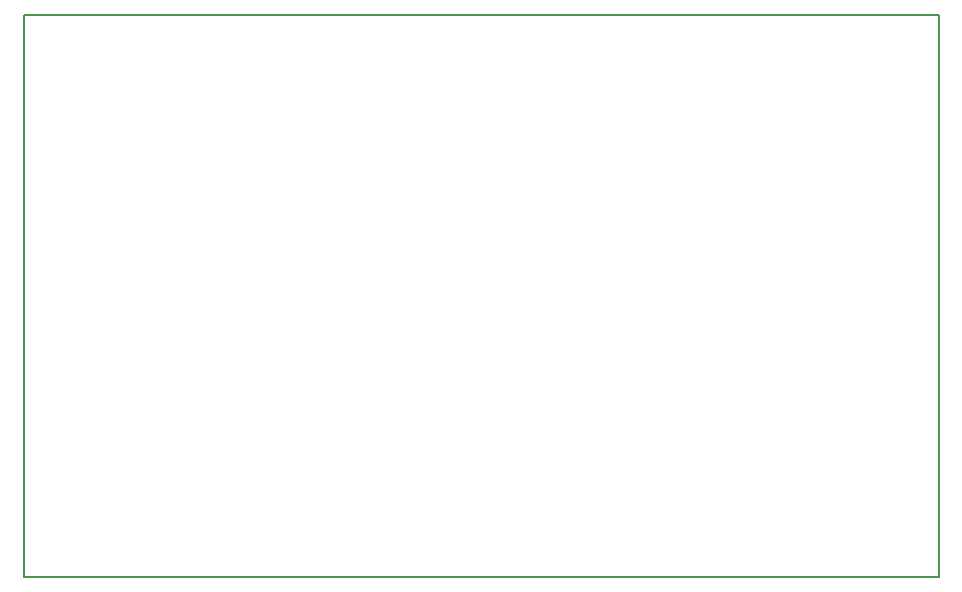
<source format=gbr>
G04 EasyPC Gerber Version 20.0.2 Build 4112 *
G04 #@! TF.Part,Single*
%FSLAX35Y35*%
%MOIN*%
%ADD11C,0.00500*%
X0Y0D02*
D02*
D11*
X256Y250D02*
Y187750D01*
X305256*
Y250*
X256*
X0Y0D02*
M02*

</source>
